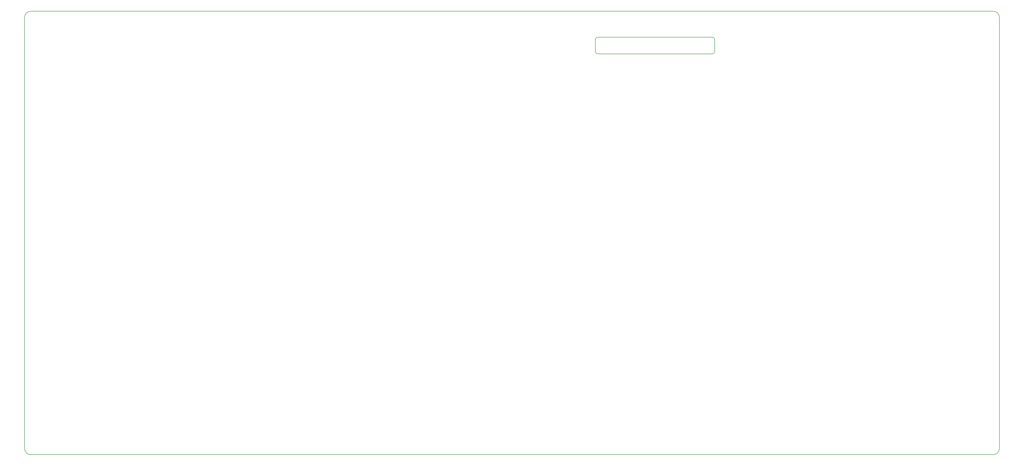
<source format=gbr>
%TF.GenerationSoftware,KiCad,Pcbnew,4.0.5+dfsg1-4*%
%TF.CreationDate,2018-04-07T15:20:27+10:00*%
%TF.ProjectId,mia,6D69612E6B696361645F706362000000,rev?*%
%TF.FileFunction,Profile,NP*%
%FSLAX46Y46*%
G04 Gerber Fmt 4.6, Leading zero omitted, Abs format (unit mm)*
G04 Created by KiCad (PCBNEW 4.0.5+dfsg1-4) date Sat Apr  7 15:20:27 2018*
%MOMM*%
%LPD*%
G01*
G04 APERTURE LIST*
%ADD10C,0.050000*%
%ADD11C,0.150000*%
G04 APERTURE END LIST*
D10*
D11*
X241750000Y-60750000D02*
G75*
G03X242750000Y-61750000I1000000J0D01*
G01*
X286750000Y-61750000D02*
G75*
G03X287750000Y-60750000I0J1000000D01*
G01*
X287750000Y-56250000D02*
G75*
G03X286750000Y-55250000I-1000000J0D01*
G01*
X242750000Y-55250000D02*
G75*
G03X241750000Y-56250000I0J-1000000D01*
G01*
X286750000Y-61750000D02*
X242750000Y-61750000D01*
X287750000Y-56250000D02*
X287750000Y-60750000D01*
X242750000Y-55250000D02*
X286750000Y-55250000D01*
X241750000Y-60750000D02*
X241750000Y-56250000D01*
X23812600Y-45243940D02*
G75*
G03X21431340Y-47625200I0J-2381260D01*
G01*
X21431340Y-214313400D02*
G75*
G03X23812600Y-216694660I2381260J0D01*
G01*
X395289160Y-216694660D02*
G75*
G03X397670420Y-214313400I0J2381260D01*
G01*
X397670420Y-47625200D02*
G75*
G03X395289160Y-45243940I-2381260J0D01*
G01*
X21431340Y-214313400D02*
X21431340Y-47625200D01*
X395289160Y-216694660D02*
X23812600Y-216694660D01*
X397670420Y-47625200D02*
X397670420Y-214313400D01*
X23812600Y-45243940D02*
X395289160Y-45243940D01*
M02*

</source>
